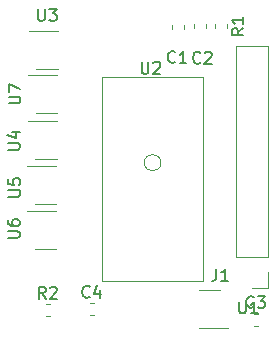
<source format=gbr>
G04 #@! TF.GenerationSoftware,KiCad,Pcbnew,5.1.4-e60b266~84~ubuntu18.04.1*
G04 #@! TF.CreationDate,2019-09-04T17:21:52+01:00*
G04 #@! TF.ProjectId,optical_sensor_daughter_board,6f707469-6361-46c5-9f73-656e736f725f,rev?*
G04 #@! TF.SameCoordinates,Original*
G04 #@! TF.FileFunction,Legend,Top*
G04 #@! TF.FilePolarity,Positive*
%FSLAX46Y46*%
G04 Gerber Fmt 4.6, Leading zero omitted, Abs format (unit mm)*
G04 Created by KiCad (PCBNEW 5.1.4-e60b266~84~ubuntu18.04.1) date 2019-09-04 17:21:52*
%MOMM*%
%LPD*%
G04 APERTURE LIST*
%ADD10C,0.120000*%
%ADD11C,0.150000*%
G04 APERTURE END LIST*
D10*
X127475000Y-89365000D02*
X125025000Y-89365000D01*
X125675000Y-92585000D02*
X127475000Y-92585000D01*
X127400000Y-100865000D02*
X124950000Y-100865000D01*
X125600000Y-104085000D02*
X127400000Y-104085000D01*
X127400000Y-97065000D02*
X124950000Y-97065000D01*
X125600000Y-100285000D02*
X127400000Y-100285000D01*
X127425000Y-93215000D02*
X124975000Y-93215000D01*
X125625000Y-96435000D02*
X127425000Y-96435000D01*
X127500000Y-85590000D02*
X125050000Y-85590000D01*
X125700000Y-88810000D02*
X127500000Y-88810000D01*
X139850000Y-89530000D02*
X139850000Y-106790000D01*
X131250000Y-89530000D02*
X131250000Y-106790000D01*
X131250000Y-106790000D02*
X139850000Y-106790000D01*
X131250000Y-89530000D02*
X139850000Y-89530000D01*
X136251783Y-96770000D02*
G75*
G03X136251783Y-96770000I-701783J0D01*
G01*
X139450000Y-110785000D02*
X141900000Y-110785000D01*
X141250000Y-107565000D02*
X139450000Y-107565000D01*
X126478733Y-109760000D02*
X126821267Y-109760000D01*
X126478733Y-108740000D02*
X126821267Y-108740000D01*
X140840000Y-85053733D02*
X140840000Y-85396267D01*
X141860000Y-85053733D02*
X141860000Y-85396267D01*
X145280000Y-107355000D02*
X143950000Y-107355000D01*
X145280000Y-106025000D02*
X145280000Y-107355000D01*
X145280000Y-104755000D02*
X142620000Y-104755000D01*
X142620000Y-104755000D02*
X142620000Y-86915000D01*
X145280000Y-104755000D02*
X145280000Y-86915000D01*
X145280000Y-86915000D02*
X142620000Y-86915000D01*
X130203733Y-109685000D02*
X130546267Y-109685000D01*
X130203733Y-108665000D02*
X130546267Y-108665000D01*
X144103733Y-110560000D02*
X144446267Y-110560000D01*
X144103733Y-109540000D02*
X144446267Y-109540000D01*
X139040000Y-85053733D02*
X139040000Y-85396267D01*
X140060000Y-85053733D02*
X140060000Y-85396267D01*
X137165000Y-85078733D02*
X137165000Y-85421267D01*
X138185000Y-85078733D02*
X138185000Y-85421267D01*
D11*
X123352380Y-91736904D02*
X124161904Y-91736904D01*
X124257142Y-91689285D01*
X124304761Y-91641666D01*
X124352380Y-91546428D01*
X124352380Y-91355952D01*
X124304761Y-91260714D01*
X124257142Y-91213095D01*
X124161904Y-91165476D01*
X123352380Y-91165476D01*
X123352380Y-90784523D02*
X123352380Y-90117857D01*
X124352380Y-90546428D01*
X123277380Y-103136904D02*
X124086904Y-103136904D01*
X124182142Y-103089285D01*
X124229761Y-103041666D01*
X124277380Y-102946428D01*
X124277380Y-102755952D01*
X124229761Y-102660714D01*
X124182142Y-102613095D01*
X124086904Y-102565476D01*
X123277380Y-102565476D01*
X123277380Y-101660714D02*
X123277380Y-101851190D01*
X123325000Y-101946428D01*
X123372619Y-101994047D01*
X123515476Y-102089285D01*
X123705952Y-102136904D01*
X124086904Y-102136904D01*
X124182142Y-102089285D01*
X124229761Y-102041666D01*
X124277380Y-101946428D01*
X124277380Y-101755952D01*
X124229761Y-101660714D01*
X124182142Y-101613095D01*
X124086904Y-101565476D01*
X123848809Y-101565476D01*
X123753571Y-101613095D01*
X123705952Y-101660714D01*
X123658333Y-101755952D01*
X123658333Y-101946428D01*
X123705952Y-102041666D01*
X123753571Y-102089285D01*
X123848809Y-102136904D01*
X123327380Y-99636904D02*
X124136904Y-99636904D01*
X124232142Y-99589285D01*
X124279761Y-99541666D01*
X124327380Y-99446428D01*
X124327380Y-99255952D01*
X124279761Y-99160714D01*
X124232142Y-99113095D01*
X124136904Y-99065476D01*
X123327380Y-99065476D01*
X123327380Y-98113095D02*
X123327380Y-98589285D01*
X123803571Y-98636904D01*
X123755952Y-98589285D01*
X123708333Y-98494047D01*
X123708333Y-98255952D01*
X123755952Y-98160714D01*
X123803571Y-98113095D01*
X123898809Y-98065476D01*
X124136904Y-98065476D01*
X124232142Y-98113095D01*
X124279761Y-98160714D01*
X124327380Y-98255952D01*
X124327380Y-98494047D01*
X124279761Y-98589285D01*
X124232142Y-98636904D01*
X123302380Y-95661904D02*
X124111904Y-95661904D01*
X124207142Y-95614285D01*
X124254761Y-95566666D01*
X124302380Y-95471428D01*
X124302380Y-95280952D01*
X124254761Y-95185714D01*
X124207142Y-95138095D01*
X124111904Y-95090476D01*
X123302380Y-95090476D01*
X123635714Y-94185714D02*
X124302380Y-94185714D01*
X123254761Y-94423809D02*
X123969047Y-94661904D01*
X123969047Y-94042857D01*
X125838095Y-83752380D02*
X125838095Y-84561904D01*
X125885714Y-84657142D01*
X125933333Y-84704761D01*
X126028571Y-84752380D01*
X126219047Y-84752380D01*
X126314285Y-84704761D01*
X126361904Y-84657142D01*
X126409523Y-84561904D01*
X126409523Y-83752380D01*
X126790476Y-83752380D02*
X127409523Y-83752380D01*
X127076190Y-84133333D01*
X127219047Y-84133333D01*
X127314285Y-84180952D01*
X127361904Y-84228571D01*
X127409523Y-84323809D01*
X127409523Y-84561904D01*
X127361904Y-84657142D01*
X127314285Y-84704761D01*
X127219047Y-84752380D01*
X126933333Y-84752380D01*
X126838095Y-84704761D01*
X126790476Y-84657142D01*
X134613096Y-88227380D02*
X134613096Y-89036904D01*
X134660715Y-89132142D01*
X134708334Y-89179761D01*
X134803572Y-89227380D01*
X134994048Y-89227380D01*
X135089286Y-89179761D01*
X135136905Y-89132142D01*
X135184524Y-89036904D01*
X135184524Y-88227380D01*
X135613096Y-88322619D02*
X135660715Y-88275000D01*
X135755953Y-88227380D01*
X135994048Y-88227380D01*
X136089286Y-88275000D01*
X136136905Y-88322619D01*
X136184524Y-88417857D01*
X136184524Y-88513095D01*
X136136905Y-88655952D01*
X135565477Y-89227380D01*
X136184524Y-89227380D01*
X142863095Y-108527380D02*
X142863095Y-109336904D01*
X142910714Y-109432142D01*
X142958333Y-109479761D01*
X143053571Y-109527380D01*
X143244047Y-109527380D01*
X143339285Y-109479761D01*
X143386904Y-109432142D01*
X143434523Y-109336904D01*
X143434523Y-108527380D01*
X144434523Y-109527380D02*
X143863095Y-109527380D01*
X144148809Y-109527380D02*
X144148809Y-108527380D01*
X144053571Y-108670238D01*
X143958333Y-108765476D01*
X143863095Y-108813095D01*
X126483333Y-108272380D02*
X126150000Y-107796190D01*
X125911904Y-108272380D02*
X125911904Y-107272380D01*
X126292857Y-107272380D01*
X126388095Y-107320000D01*
X126435714Y-107367619D01*
X126483333Y-107462857D01*
X126483333Y-107605714D01*
X126435714Y-107700952D01*
X126388095Y-107748571D01*
X126292857Y-107796190D01*
X125911904Y-107796190D01*
X126864285Y-107367619D02*
X126911904Y-107320000D01*
X127007142Y-107272380D01*
X127245238Y-107272380D01*
X127340476Y-107320000D01*
X127388095Y-107367619D01*
X127435714Y-107462857D01*
X127435714Y-107558095D01*
X127388095Y-107700952D01*
X126816666Y-108272380D01*
X127435714Y-108272380D01*
X143232380Y-85391666D02*
X142756190Y-85725000D01*
X143232380Y-85963095D02*
X142232380Y-85963095D01*
X142232380Y-85582142D01*
X142280000Y-85486904D01*
X142327619Y-85439285D01*
X142422857Y-85391666D01*
X142565714Y-85391666D01*
X142660952Y-85439285D01*
X142708571Y-85486904D01*
X142756190Y-85582142D01*
X142756190Y-85963095D01*
X143232380Y-84439285D02*
X143232380Y-85010714D01*
X143232380Y-84725000D02*
X142232380Y-84725000D01*
X142375238Y-84820238D01*
X142470476Y-84915476D01*
X142518095Y-85010714D01*
X140941666Y-105752380D02*
X140941666Y-106466666D01*
X140894047Y-106609523D01*
X140798809Y-106704761D01*
X140655952Y-106752380D01*
X140560714Y-106752380D01*
X141941666Y-106752380D02*
X141370238Y-106752380D01*
X141655952Y-106752380D02*
X141655952Y-105752380D01*
X141560714Y-105895238D01*
X141465476Y-105990476D01*
X141370238Y-106038095D01*
X130208333Y-108102142D02*
X130160714Y-108149761D01*
X130017857Y-108197380D01*
X129922619Y-108197380D01*
X129779761Y-108149761D01*
X129684523Y-108054523D01*
X129636904Y-107959285D01*
X129589285Y-107768809D01*
X129589285Y-107625952D01*
X129636904Y-107435476D01*
X129684523Y-107340238D01*
X129779761Y-107245000D01*
X129922619Y-107197380D01*
X130017857Y-107197380D01*
X130160714Y-107245000D01*
X130208333Y-107292619D01*
X131065476Y-107530714D02*
X131065476Y-108197380D01*
X130827380Y-107149761D02*
X130589285Y-107864047D01*
X131208333Y-107864047D01*
X144108333Y-108977142D02*
X144060714Y-109024761D01*
X143917857Y-109072380D01*
X143822619Y-109072380D01*
X143679761Y-109024761D01*
X143584523Y-108929523D01*
X143536904Y-108834285D01*
X143489285Y-108643809D01*
X143489285Y-108500952D01*
X143536904Y-108310476D01*
X143584523Y-108215238D01*
X143679761Y-108120000D01*
X143822619Y-108072380D01*
X143917857Y-108072380D01*
X144060714Y-108120000D01*
X144108333Y-108167619D01*
X144441666Y-108072380D02*
X145060714Y-108072380D01*
X144727380Y-108453333D01*
X144870238Y-108453333D01*
X144965476Y-108500952D01*
X145013095Y-108548571D01*
X145060714Y-108643809D01*
X145060714Y-108881904D01*
X145013095Y-108977142D01*
X144965476Y-109024761D01*
X144870238Y-109072380D01*
X144584523Y-109072380D01*
X144489285Y-109024761D01*
X144441666Y-108977142D01*
X139583333Y-88282142D02*
X139535714Y-88329761D01*
X139392857Y-88377380D01*
X139297619Y-88377380D01*
X139154761Y-88329761D01*
X139059523Y-88234523D01*
X139011904Y-88139285D01*
X138964285Y-87948809D01*
X138964285Y-87805952D01*
X139011904Y-87615476D01*
X139059523Y-87520238D01*
X139154761Y-87425000D01*
X139297619Y-87377380D01*
X139392857Y-87377380D01*
X139535714Y-87425000D01*
X139583333Y-87472619D01*
X139964285Y-87472619D02*
X140011904Y-87425000D01*
X140107142Y-87377380D01*
X140345238Y-87377380D01*
X140440476Y-87425000D01*
X140488095Y-87472619D01*
X140535714Y-87567857D01*
X140535714Y-87663095D01*
X140488095Y-87805952D01*
X139916666Y-88377380D01*
X140535714Y-88377380D01*
X137458333Y-88232142D02*
X137410714Y-88279761D01*
X137267857Y-88327380D01*
X137172619Y-88327380D01*
X137029761Y-88279761D01*
X136934523Y-88184523D01*
X136886904Y-88089285D01*
X136839285Y-87898809D01*
X136839285Y-87755952D01*
X136886904Y-87565476D01*
X136934523Y-87470238D01*
X137029761Y-87375000D01*
X137172619Y-87327380D01*
X137267857Y-87327380D01*
X137410714Y-87375000D01*
X137458333Y-87422619D01*
X138410714Y-88327380D02*
X137839285Y-88327380D01*
X138125000Y-88327380D02*
X138125000Y-87327380D01*
X138029761Y-87470238D01*
X137934523Y-87565476D01*
X137839285Y-87613095D01*
M02*

</source>
